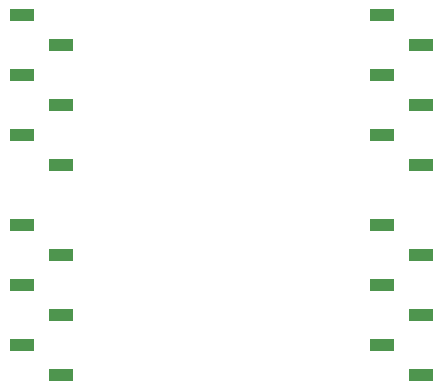
<source format=gbp>
G04 Layer: BottomPasteMaskLayer*
G04 EasyEDA v6.5.34, 2023-08-21 18:11:39*
G04 fdc95c5ed4774c3386f44bc390bfbdb9,5a6b42c53f6a479593ecc07194224c93,10*
G04 Gerber Generator version 0.2*
G04 Scale: 100 percent, Rotated: No, Reflected: No *
G04 Dimensions in millimeters *
G04 leading zeros omitted , absolute positions ,4 integer and 5 decimal *
%FSLAX45Y45*%
%MOMM*%

%ADD10R,2.0000X1.0000*%

%LPD*%
D10*
G01*
X1232103Y3429000D03*
G01*
X1562100Y3175000D03*
G01*
X1562100Y4191000D03*
G01*
X1562100Y3683000D03*
G01*
X1232103Y4445000D03*
G01*
X1232103Y3937000D03*
G01*
X4280027Y3429000D03*
G01*
X4610023Y3175000D03*
G01*
X4610023Y4191000D03*
G01*
X4610023Y3683000D03*
G01*
X4280027Y4445000D03*
G01*
X4280027Y3937000D03*
G01*
X1231976Y1651000D03*
G01*
X1561972Y1397000D03*
G01*
X1561972Y2413000D03*
G01*
X1561972Y1905000D03*
G01*
X1231976Y2667000D03*
G01*
X1231976Y2159000D03*
G01*
X4279900Y1651000D03*
G01*
X4609896Y1397000D03*
G01*
X4609896Y2413000D03*
G01*
X4609896Y1905000D03*
G01*
X4279900Y2667000D03*
G01*
X4279900Y2159000D03*
M02*

</source>
